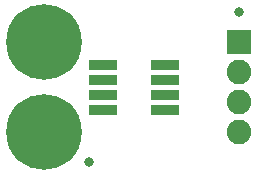
<source format=gbr>
G04 EAGLE Gerber RS-274X export*
G75*
%MOMM*%
%FSLAX34Y34*%
%LPD*%
%INSoldermask Top*%
%IPPOS*%
%AMOC8*
5,1,8,0,0,1.08239X$1,22.5*%
G01*
%ADD10R,2.413000X0.812800*%
%ADD11C,6.400800*%
%ADD12R,2.082800X2.082800*%
%ADD13C,2.082800*%
%ADD14C,0.838200*%


D10*
X88138Y95250D03*
X88138Y82550D03*
X88138Y69850D03*
X88138Y57150D03*
X140462Y57150D03*
X140462Y69850D03*
X140462Y82550D03*
X140462Y95250D03*
D11*
X38100Y114300D03*
X38100Y38100D03*
D12*
X203200Y114300D03*
D13*
X203200Y88900D03*
X203200Y63500D03*
X203200Y38100D03*
D14*
X203200Y139700D03*
X76200Y12700D03*
M02*

</source>
